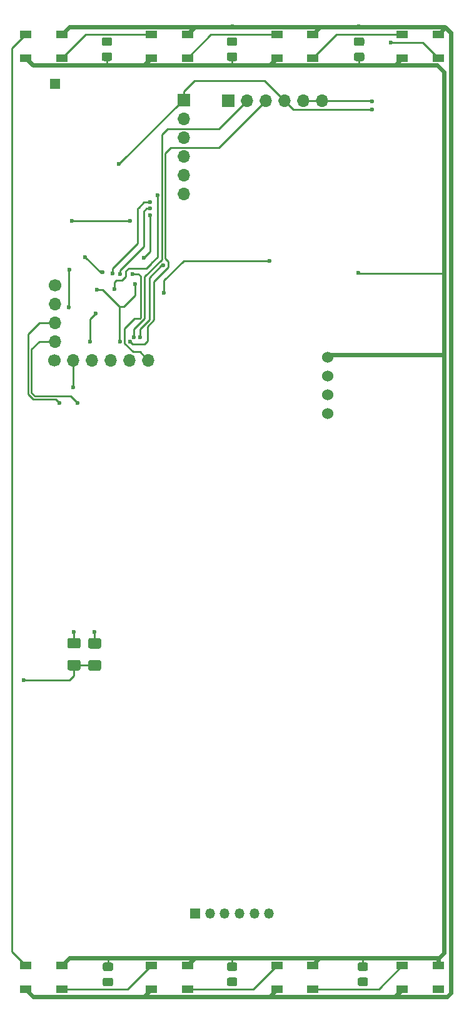
<source format=gbr>
G04 #@! TF.GenerationSoftware,KiCad,Pcbnew,(5.1.7)-1*
G04 #@! TF.CreationDate,2020-10-19T19:05:30+02:00*
G04 #@! TF.ProjectId,Touch-Steuerung,546f7563-682d-4537-9465-756572756e67,1.0*
G04 #@! TF.SameCoordinates,Original*
G04 #@! TF.FileFunction,Copper,L4,Bot*
G04 #@! TF.FilePolarity,Positive*
%FSLAX46Y46*%
G04 Gerber Fmt 4.6, Leading zero omitted, Abs format (unit mm)*
G04 Created by KiCad (PCBNEW (5.1.7)-1) date 2020-10-19 19:05:30*
%MOMM*%
%LPD*%
G01*
G04 APERTURE LIST*
G04 #@! TA.AperFunction,ComponentPad*
%ADD10C,1.700000*%
G04 #@! TD*
G04 #@! TA.AperFunction,ComponentPad*
%ADD11O,1.700000X1.700000*%
G04 #@! TD*
G04 #@! TA.AperFunction,ComponentPad*
%ADD12R,1.350000X1.350000*%
G04 #@! TD*
G04 #@! TA.AperFunction,SMDPad,CuDef*
%ADD13R,1.500000X1.000000*%
G04 #@! TD*
G04 #@! TA.AperFunction,ComponentPad*
%ADD14O,1.350000X1.350000*%
G04 #@! TD*
G04 #@! TA.AperFunction,ComponentPad*
%ADD15R,1.700000X1.700000*%
G04 #@! TD*
G04 #@! TA.AperFunction,ComponentPad*
%ADD16C,1.524000*%
G04 #@! TD*
G04 #@! TA.AperFunction,ViaPad*
%ADD17C,0.600000*%
G04 #@! TD*
G04 #@! TA.AperFunction,Conductor*
%ADD18C,0.250000*%
G04 #@! TD*
G04 #@! TA.AperFunction,Conductor*
%ADD19C,0.600000*%
G04 #@! TD*
G04 APERTURE END LIST*
D10*
X77341500Y-75601500D03*
D11*
X77341500Y-78141500D03*
X77341500Y-80681500D03*
X77341500Y-83221500D03*
D10*
X77278000Y-85761500D03*
D11*
X79818000Y-85761500D03*
X82358000Y-85761500D03*
X84898000Y-85761500D03*
X87438000Y-85761500D03*
X89978000Y-85761500D03*
D12*
X77300000Y-48300000D03*
G04 #@! TA.AperFunction,SMDPad,CuDef*
G36*
G01*
X80525000Y-124712500D02*
X79275000Y-124712500D01*
G75*
G02*
X79025000Y-124462500I0J250000D01*
G01*
X79025000Y-123537500D01*
G75*
G02*
X79275000Y-123287500I250000J0D01*
G01*
X80525000Y-123287500D01*
G75*
G02*
X80775000Y-123537500I0J-250000D01*
G01*
X80775000Y-124462500D01*
G75*
G02*
X80525000Y-124712500I-250000J0D01*
G01*
G37*
G04 #@! TD.AperFunction*
G04 #@! TA.AperFunction,SMDPad,CuDef*
G36*
G01*
X80525000Y-127687500D02*
X79275000Y-127687500D01*
G75*
G02*
X79025000Y-127437500I0J250000D01*
G01*
X79025000Y-126512500D01*
G75*
G02*
X79275000Y-126262500I250000J0D01*
G01*
X80525000Y-126262500D01*
G75*
G02*
X80775000Y-126512500I0J-250000D01*
G01*
X80775000Y-127437500D01*
G75*
G02*
X80525000Y-127687500I-250000J0D01*
G01*
G37*
G04 #@! TD.AperFunction*
G04 #@! TA.AperFunction,SMDPad,CuDef*
G36*
G01*
X83325000Y-127712500D02*
X82075000Y-127712500D01*
G75*
G02*
X81825000Y-127462500I0J250000D01*
G01*
X81825000Y-126537500D01*
G75*
G02*
X82075000Y-126287500I250000J0D01*
G01*
X83325000Y-126287500D01*
G75*
G02*
X83575000Y-126537500I0J-250000D01*
G01*
X83575000Y-127462500D01*
G75*
G02*
X83325000Y-127712500I-250000J0D01*
G01*
G37*
G04 #@! TD.AperFunction*
G04 #@! TA.AperFunction,SMDPad,CuDef*
G36*
G01*
X83325000Y-124737500D02*
X82075000Y-124737500D01*
G75*
G02*
X81825000Y-124487500I0J250000D01*
G01*
X81825000Y-123562500D01*
G75*
G02*
X82075000Y-123312500I250000J0D01*
G01*
X83325000Y-123312500D01*
G75*
G02*
X83575000Y-123562500I0J-250000D01*
G01*
X83575000Y-124487500D01*
G75*
G02*
X83325000Y-124737500I-250000J0D01*
G01*
G37*
G04 #@! TD.AperFunction*
D13*
X124350000Y-44800000D03*
X124350000Y-41600000D03*
X129250000Y-44800000D03*
X129250000Y-41600000D03*
X112250000Y-41600000D03*
X112250000Y-44800000D03*
X107350000Y-41600000D03*
X107350000Y-44800000D03*
X95250000Y-41600000D03*
X95250000Y-44800000D03*
X90350000Y-41600000D03*
X90350000Y-44800000D03*
X73350000Y-44800000D03*
X73350000Y-41600000D03*
X78250000Y-44800000D03*
X78250000Y-41600000D03*
X73350000Y-170800000D03*
X73350000Y-167600000D03*
X78250000Y-170800000D03*
X78250000Y-167600000D03*
X95250000Y-167600000D03*
X95250000Y-170800000D03*
X90350000Y-167600000D03*
X90350000Y-170800000D03*
X107350000Y-170800000D03*
X107350000Y-167600000D03*
X112250000Y-170800000D03*
X112250000Y-167600000D03*
X129250000Y-167600000D03*
X129250000Y-170800000D03*
X124350000Y-167600000D03*
X124350000Y-170800000D03*
D12*
X96300000Y-160600000D03*
D14*
X98300000Y-160600000D03*
X100300000Y-160600000D03*
X102300000Y-160600000D03*
X104300000Y-160600000D03*
X106300000Y-160600000D03*
D15*
X100800000Y-50600000D03*
D11*
X103340000Y-50600000D03*
X105880000Y-50600000D03*
X108420000Y-50600000D03*
X110960000Y-50600000D03*
X113500000Y-50600000D03*
X94800000Y-63200000D03*
X94800000Y-60660000D03*
X94800000Y-58120000D03*
X94800000Y-55580000D03*
X94800000Y-53040000D03*
D15*
X94800000Y-50500000D03*
G04 #@! TA.AperFunction,SMDPad,CuDef*
G36*
G01*
X118950001Y-45225000D02*
X118049999Y-45225000D01*
G75*
G02*
X117800000Y-44975001I0J249999D01*
G01*
X117800000Y-44324999D01*
G75*
G02*
X118049999Y-44075000I249999J0D01*
G01*
X118950001Y-44075000D01*
G75*
G02*
X119200000Y-44324999I0J-249999D01*
G01*
X119200000Y-44975001D01*
G75*
G02*
X118950001Y-45225000I-249999J0D01*
G01*
G37*
G04 #@! TD.AperFunction*
G04 #@! TA.AperFunction,SMDPad,CuDef*
G36*
G01*
X118950001Y-43175000D02*
X118049999Y-43175000D01*
G75*
G02*
X117800000Y-42925001I0J249999D01*
G01*
X117800000Y-42274999D01*
G75*
G02*
X118049999Y-42025000I249999J0D01*
G01*
X118950001Y-42025000D01*
G75*
G02*
X119200000Y-42274999I0J-249999D01*
G01*
X119200000Y-42925001D01*
G75*
G02*
X118950001Y-43175000I-249999J0D01*
G01*
G37*
G04 #@! TD.AperFunction*
G04 #@! TA.AperFunction,SMDPad,CuDef*
G36*
G01*
X101750001Y-43175000D02*
X100849999Y-43175000D01*
G75*
G02*
X100600000Y-42925001I0J249999D01*
G01*
X100600000Y-42274999D01*
G75*
G02*
X100849999Y-42025000I249999J0D01*
G01*
X101750001Y-42025000D01*
G75*
G02*
X102000000Y-42274999I0J-249999D01*
G01*
X102000000Y-42925001D01*
G75*
G02*
X101750001Y-43175000I-249999J0D01*
G01*
G37*
G04 #@! TD.AperFunction*
G04 #@! TA.AperFunction,SMDPad,CuDef*
G36*
G01*
X101750001Y-45225000D02*
X100849999Y-45225000D01*
G75*
G02*
X100600000Y-44975001I0J249999D01*
G01*
X100600000Y-44324999D01*
G75*
G02*
X100849999Y-44075000I249999J0D01*
G01*
X101750001Y-44075000D01*
G75*
G02*
X102000000Y-44324999I0J-249999D01*
G01*
X102000000Y-44975001D01*
G75*
G02*
X101750001Y-45225000I-249999J0D01*
G01*
G37*
G04 #@! TD.AperFunction*
G04 #@! TA.AperFunction,SMDPad,CuDef*
G36*
G01*
X84800001Y-45225000D02*
X83899999Y-45225000D01*
G75*
G02*
X83650000Y-44975001I0J249999D01*
G01*
X83650000Y-44324999D01*
G75*
G02*
X83899999Y-44075000I249999J0D01*
G01*
X84800001Y-44075000D01*
G75*
G02*
X85050000Y-44324999I0J-249999D01*
G01*
X85050000Y-44975001D01*
G75*
G02*
X84800001Y-45225000I-249999J0D01*
G01*
G37*
G04 #@! TD.AperFunction*
G04 #@! TA.AperFunction,SMDPad,CuDef*
G36*
G01*
X84800001Y-43175000D02*
X83899999Y-43175000D01*
G75*
G02*
X83650000Y-42925001I0J249999D01*
G01*
X83650000Y-42274999D01*
G75*
G02*
X83899999Y-42025000I249999J0D01*
G01*
X84800001Y-42025000D01*
G75*
G02*
X85050000Y-42274999I0J-249999D01*
G01*
X85050000Y-42925001D01*
G75*
G02*
X84800001Y-43175000I-249999J0D01*
G01*
G37*
G04 #@! TD.AperFunction*
G04 #@! TA.AperFunction,SMDPad,CuDef*
G36*
G01*
X84049999Y-167225000D02*
X84950001Y-167225000D01*
G75*
G02*
X85200000Y-167474999I0J-249999D01*
G01*
X85200000Y-168125001D01*
G75*
G02*
X84950001Y-168375000I-249999J0D01*
G01*
X84049999Y-168375000D01*
G75*
G02*
X83800000Y-168125001I0J249999D01*
G01*
X83800000Y-167474999D01*
G75*
G02*
X84049999Y-167225000I249999J0D01*
G01*
G37*
G04 #@! TD.AperFunction*
G04 #@! TA.AperFunction,SMDPad,CuDef*
G36*
G01*
X84049999Y-169275000D02*
X84950001Y-169275000D01*
G75*
G02*
X85200000Y-169524999I0J-249999D01*
G01*
X85200000Y-170175001D01*
G75*
G02*
X84950001Y-170425000I-249999J0D01*
G01*
X84049999Y-170425000D01*
G75*
G02*
X83800000Y-170175001I0J249999D01*
G01*
X83800000Y-169524999D01*
G75*
G02*
X84049999Y-169275000I249999J0D01*
G01*
G37*
G04 #@! TD.AperFunction*
G04 #@! TA.AperFunction,SMDPad,CuDef*
G36*
G01*
X100849999Y-167200000D02*
X101750001Y-167200000D01*
G75*
G02*
X102000000Y-167449999I0J-249999D01*
G01*
X102000000Y-168100001D01*
G75*
G02*
X101750001Y-168350000I-249999J0D01*
G01*
X100849999Y-168350000D01*
G75*
G02*
X100600000Y-168100001I0J249999D01*
G01*
X100600000Y-167449999D01*
G75*
G02*
X100849999Y-167200000I249999J0D01*
G01*
G37*
G04 #@! TD.AperFunction*
G04 #@! TA.AperFunction,SMDPad,CuDef*
G36*
G01*
X100849999Y-169250000D02*
X101750001Y-169250000D01*
G75*
G02*
X102000000Y-169499999I0J-249999D01*
G01*
X102000000Y-170150001D01*
G75*
G02*
X101750001Y-170400000I-249999J0D01*
G01*
X100849999Y-170400000D01*
G75*
G02*
X100600000Y-170150001I0J249999D01*
G01*
X100600000Y-169499999D01*
G75*
G02*
X100849999Y-169250000I249999J0D01*
G01*
G37*
G04 #@! TD.AperFunction*
G04 #@! TA.AperFunction,SMDPad,CuDef*
G36*
G01*
X118549999Y-169250000D02*
X119450001Y-169250000D01*
G75*
G02*
X119700000Y-169499999I0J-249999D01*
G01*
X119700000Y-170150001D01*
G75*
G02*
X119450001Y-170400000I-249999J0D01*
G01*
X118549999Y-170400000D01*
G75*
G02*
X118300000Y-170150001I0J249999D01*
G01*
X118300000Y-169499999D01*
G75*
G02*
X118549999Y-169250000I249999J0D01*
G01*
G37*
G04 #@! TD.AperFunction*
G04 #@! TA.AperFunction,SMDPad,CuDef*
G36*
G01*
X118549999Y-167200000D02*
X119450001Y-167200000D01*
G75*
G02*
X119700000Y-167449999I0J-249999D01*
G01*
X119700000Y-168100001D01*
G75*
G02*
X119450001Y-168350000I-249999J0D01*
G01*
X118549999Y-168350000D01*
G75*
G02*
X118300000Y-168100001I0J249999D01*
G01*
X118300000Y-167449999D01*
G75*
G02*
X118549999Y-167200000I249999J0D01*
G01*
G37*
G04 #@! TD.AperFunction*
D16*
X114220000Y-85290000D03*
X114220000Y-87830000D03*
X114220000Y-90370000D03*
X114220000Y-92910000D03*
D17*
X88200000Y-75411000D03*
X86121000Y-83158000D03*
X82993000Y-76173000D03*
X85980000Y-59180000D03*
X120224999Y-51775001D03*
X106350000Y-72250000D03*
X92100000Y-76600000D03*
X84350000Y-42600000D03*
X73100000Y-129000000D03*
X79246500Y-73442500D03*
X79158500Y-78541500D03*
X87530000Y-66870000D03*
X79600000Y-66820000D03*
X120250000Y-50650000D03*
X125900000Y-40600000D03*
X118500000Y-40549999D03*
X101350001Y-40549999D03*
X84350001Y-40599999D03*
X118949999Y-171800001D03*
X101299999Y-171800001D03*
X84550000Y-171800000D03*
X101350001Y-42549999D03*
X118500000Y-42600000D03*
X118950000Y-169850000D03*
X101300000Y-169800000D03*
X84550000Y-169850000D03*
X92010000Y-72871000D03*
X88835000Y-82586500D03*
X79900000Y-122500000D03*
X82700000Y-122500000D03*
X83755000Y-73823500D03*
X81405500Y-71728000D03*
X85406000Y-76046000D03*
X82040500Y-83158000D03*
X82866000Y-79348000D03*
X91188969Y-63411031D03*
X87501500Y-83221500D03*
X88035776Y-82621992D03*
X77900000Y-91500000D03*
X80400000Y-91500000D03*
X79800000Y-89400000D03*
X87819000Y-74014000D03*
X126500000Y-45800000D03*
X118400000Y-73900000D03*
X86168000Y-74014000D03*
X90200000Y-65200000D03*
X90200000Y-66100000D03*
X89343000Y-71855000D03*
X122800000Y-42700000D03*
X85100000Y-74000000D03*
X90200000Y-64300000D03*
D18*
X88200000Y-75411000D02*
X88200000Y-76935000D01*
X88200000Y-76935000D02*
X86676000Y-78459000D01*
X86676000Y-78459000D02*
X86041000Y-78459000D01*
X86041000Y-83078000D02*
X86121000Y-83158000D01*
X86041000Y-78459000D02*
X86041000Y-83078000D01*
X86295000Y-78459000D02*
X86041000Y-78459000D01*
X94660000Y-50500000D02*
X94800000Y-50500000D01*
X85980000Y-59180000D02*
X94660000Y-50500000D01*
X94800000Y-50500000D02*
X94800000Y-49300000D01*
X94800000Y-49300000D02*
X96200000Y-47900000D01*
X105720000Y-47900000D02*
X108420000Y-50600000D01*
X96200000Y-47900000D02*
X105720000Y-47900000D01*
X83755000Y-76173000D02*
X86041000Y-78459000D01*
X82993000Y-76173000D02*
X83755000Y-76173000D01*
X109595001Y-51775001D02*
X120224999Y-51775001D01*
X108420000Y-50600000D02*
X109595001Y-51775001D01*
X120224999Y-51775001D02*
X120224999Y-51775001D01*
X106350000Y-72250000D02*
X94750000Y-72250000D01*
X92100000Y-74900000D02*
X94750000Y-72250000D01*
X92100000Y-76600000D02*
X92100000Y-74900000D01*
X79183000Y-73506000D02*
X79183000Y-78713000D01*
X79246500Y-73442500D02*
X79183000Y-73506000D01*
X110960000Y-50600000D02*
X113500000Y-50600000D01*
X79875000Y-127000000D02*
X79900000Y-126975000D01*
X82675000Y-126975000D02*
X82700000Y-127000000D01*
X79900000Y-126975000D02*
X82675000Y-126975000D01*
X79650000Y-66870000D02*
X79600000Y-66820000D01*
X87530000Y-66870000D02*
X79650000Y-66870000D01*
X120200000Y-50600000D02*
X120250000Y-50650000D01*
X113500000Y-50600000D02*
X120200000Y-50600000D01*
D19*
X113250001Y-40599999D02*
X112250000Y-41600000D01*
X96250001Y-40599999D02*
X104700001Y-40599999D01*
X95250000Y-41600000D02*
X96250001Y-40599999D01*
X79250001Y-40599999D02*
X78250000Y-41600000D01*
X96250001Y-40599999D02*
X87700001Y-40599999D01*
X89349999Y-171800001D02*
X90350000Y-170800000D01*
X74350001Y-171800001D02*
X84599999Y-171800001D01*
X73350000Y-170800000D02*
X74350001Y-171800001D01*
X106349999Y-171800001D02*
X107350000Y-170800000D01*
X89349999Y-171800001D02*
X101299999Y-171800001D01*
X123349999Y-171800001D02*
X124350000Y-170800000D01*
X106349999Y-171800001D02*
X118949999Y-171800001D01*
X130000001Y-40849999D02*
X129250000Y-41600000D01*
X130000001Y-40599999D02*
X130000001Y-40849999D01*
X130000001Y-40599999D02*
X125700001Y-40599999D01*
X125700001Y-40599999D02*
X120900001Y-40599999D01*
D18*
X79900000Y-126975000D02*
X79900000Y-128400000D01*
X79300000Y-129000000D02*
X73100000Y-129000000D01*
X79900000Y-128400000D02*
X79300000Y-129000000D01*
D19*
X130400001Y-171800001D02*
X123349999Y-171800001D01*
X130900000Y-171300002D02*
X130400001Y-171800001D01*
X130900000Y-41400000D02*
X130900000Y-171300002D01*
X130099999Y-40599999D02*
X130900000Y-41400000D01*
X130000001Y-40599999D02*
X130099999Y-40599999D01*
X120900001Y-40599999D02*
X113250001Y-40599999D01*
X104700001Y-40599999D02*
X113250001Y-40599999D01*
X87700001Y-40599999D02*
X81000001Y-40599999D01*
X81000001Y-40599999D02*
X79250001Y-40599999D01*
X118949999Y-171800001D02*
X123349999Y-171800001D01*
X101299999Y-171800001D02*
X106349999Y-171800001D01*
X84599999Y-171800001D02*
X89349999Y-171800001D01*
D18*
X92010000Y-72871000D02*
X91756000Y-72871000D01*
X90105000Y-74522000D02*
X90105000Y-80237000D01*
X91756000Y-72871000D02*
X90105000Y-74522000D01*
X90105000Y-80237000D02*
X88835000Y-81507000D01*
X88835000Y-81507000D02*
X88835000Y-82586500D01*
X79900000Y-124000000D02*
X79900000Y-122500000D01*
X82700000Y-124025000D02*
X82700000Y-122500000D01*
X81405500Y-71728000D02*
X83501000Y-73823500D01*
X83501000Y-73823500D02*
X83755000Y-73823500D01*
X90403800Y-72534800D02*
X90403800Y-72572200D01*
X85406000Y-75157000D02*
X85406000Y-76046000D01*
X85660000Y-74903000D02*
X85406000Y-75157000D01*
X86422000Y-74903000D02*
X85660000Y-74903000D01*
X86930000Y-74395000D02*
X86422000Y-74903000D01*
X86930000Y-73633000D02*
X86930000Y-74395000D01*
X87311000Y-73252000D02*
X86930000Y-73633000D01*
X89724000Y-73252000D02*
X87311000Y-73252000D01*
X90403800Y-72572200D02*
X89724000Y-73252000D01*
X91188975Y-71749625D02*
X91188975Y-71749612D01*
X90403800Y-72534800D02*
X91188975Y-71749625D01*
X91188975Y-71749612D02*
X91188969Y-71749618D01*
X91188969Y-71749618D02*
X91188969Y-63411031D01*
X82040500Y-80173500D02*
X82866000Y-79348000D01*
X82040500Y-83158000D02*
X82040500Y-80173500D01*
X92635002Y-72317000D02*
X92264000Y-71945998D01*
X92635002Y-73134998D02*
X92635002Y-72317000D01*
X89821499Y-81156911D02*
X90740000Y-80238410D01*
X92264000Y-71945998D02*
X92264000Y-57686500D01*
X89821499Y-83121499D02*
X89821499Y-81156911D01*
X89421499Y-83521499D02*
X89821499Y-83121499D01*
X87801499Y-83521499D02*
X89421499Y-83521499D01*
X90740000Y-75030000D02*
X92635002Y-73134998D01*
X90740000Y-80238410D02*
X90740000Y-75030000D01*
X87501500Y-83221500D02*
X87801499Y-83521499D01*
X99535001Y-56944999D02*
X105880000Y-50600000D01*
X93005501Y-56944999D02*
X99535001Y-56944999D01*
X92264000Y-57686500D02*
X93005501Y-56944999D01*
X99535001Y-54404999D02*
X103340000Y-50600000D01*
X92569001Y-54404999D02*
X99535001Y-54404999D01*
X91813989Y-55160011D02*
X92569001Y-54404999D01*
X91813989Y-71761009D02*
X91813989Y-55160011D01*
X91801499Y-71773499D02*
X91813989Y-71761009D01*
X91801499Y-72063501D02*
X91801499Y-71773499D01*
X89470000Y-80061413D02*
X89470000Y-74395000D01*
X89470000Y-74395000D02*
X91801499Y-72063501D01*
X88035776Y-81495637D02*
X89470000Y-80061413D01*
X88035776Y-82621992D02*
X88035776Y-81495637D01*
X77341500Y-80681500D02*
X75218500Y-80681500D01*
X75218500Y-80681500D02*
X73700000Y-82200000D01*
X76600000Y-91000000D02*
X74400000Y-91000000D01*
X74400000Y-91000000D02*
X73700000Y-90300000D01*
X73700000Y-82200000D02*
X73700000Y-90300000D01*
X77400000Y-91000000D02*
X77900000Y-91500000D01*
X76600000Y-91000000D02*
X77400000Y-91000000D01*
X78649990Y-90549990D02*
X74586400Y-90549990D01*
X74586400Y-90549990D02*
X74150010Y-90113600D01*
X74150010Y-90113600D02*
X74150010Y-84249990D01*
X75178500Y-83221500D02*
X77341500Y-83221500D01*
X74150010Y-84249990D02*
X75178500Y-83221500D01*
X79449990Y-90549990D02*
X80400000Y-91500000D01*
X78649990Y-90549990D02*
X79449990Y-90549990D01*
X79800000Y-85779500D02*
X79818000Y-85761500D01*
X79800000Y-89400000D02*
X79800000Y-85779500D01*
X88898500Y-75157000D02*
X88898500Y-74331500D01*
X88581000Y-74014000D02*
X87819000Y-74014000D01*
X88898500Y-74331500D02*
X88581000Y-74014000D01*
X88898500Y-75792000D02*
X88898500Y-75157000D01*
X88898500Y-76236500D02*
X88898500Y-75792000D01*
X86746002Y-81399583D02*
X88091584Y-80054001D01*
X88091584Y-80054001D02*
X88841001Y-80054001D01*
X88841001Y-80054001D02*
X88906001Y-79989001D01*
X86746002Y-83418502D02*
X86746002Y-81399583D01*
X88906001Y-76244001D02*
X88898500Y-76236500D01*
X88802999Y-84586499D02*
X87913999Y-84586499D01*
X88906001Y-79989001D02*
X88906001Y-76244001D01*
X89978000Y-85761500D02*
X88802999Y-84586499D01*
X87913999Y-84586499D02*
X86746002Y-83418502D01*
X115450000Y-41600000D02*
X112250000Y-44800000D01*
X124350000Y-41600000D02*
X115450000Y-41600000D01*
D19*
X124350000Y-44800000D02*
X124300000Y-44800000D01*
X74350001Y-45800001D02*
X80899999Y-45800001D01*
X89349999Y-45800001D02*
X90350000Y-44800000D01*
X73350000Y-44800000D02*
X74350001Y-45800001D01*
X106349999Y-45800001D02*
X107350000Y-44800000D01*
X123349999Y-45800001D02*
X124350000Y-44800000D01*
X129100001Y-45800001D02*
X127399999Y-45800001D01*
X112250000Y-167500000D02*
X113150001Y-166599999D01*
X129250000Y-167600000D02*
X129250000Y-167450000D01*
X96250001Y-166599999D02*
X101350001Y-166599999D01*
X95250000Y-167600000D02*
X96250001Y-166599999D01*
X79250001Y-166599999D02*
X84550001Y-166599999D01*
X78250000Y-167600000D02*
X79250001Y-166599999D01*
X126599999Y-45800001D02*
X123349999Y-45800001D01*
X127399999Y-45800001D02*
X126599999Y-45800001D01*
D18*
X118499990Y-73999990D02*
X118400000Y-73900000D01*
X130000000Y-73999990D02*
X118499990Y-73999990D01*
D19*
X130000000Y-165899998D02*
X129299999Y-166599999D01*
X129250000Y-167600000D02*
X129250000Y-167349998D01*
X128500001Y-166599999D02*
X129299999Y-166599999D01*
X113150001Y-166599999D02*
X118950001Y-166599999D01*
X129250000Y-166649998D02*
X130000000Y-165899998D01*
X129250000Y-167600000D02*
X129250000Y-166649998D01*
X130000000Y-46700000D02*
X129100001Y-45800001D01*
X130000000Y-73999990D02*
X130000000Y-46700000D01*
X120999999Y-45800001D02*
X123349999Y-45800001D01*
X104699999Y-45800001D02*
X106349999Y-45800001D01*
X87699999Y-45800001D02*
X89349999Y-45800001D01*
X118950001Y-166599999D02*
X128500001Y-166599999D01*
X101350001Y-166599999D02*
X113150001Y-166599999D01*
X84550001Y-166599999D02*
X96250001Y-166599999D01*
D18*
X84350000Y-45750000D02*
X84299999Y-45800001D01*
X84350000Y-44650000D02*
X84350000Y-45750000D01*
D19*
X84299999Y-45800001D02*
X87699999Y-45800001D01*
X80899999Y-45800001D02*
X84299999Y-45800001D01*
D18*
X101300000Y-45675000D02*
X101174999Y-45800001D01*
X101300000Y-44650000D02*
X101300000Y-45675000D01*
D19*
X101174999Y-45800001D02*
X104699999Y-45800001D01*
X89349999Y-45800001D02*
X101174999Y-45800001D01*
D18*
X118500000Y-45600000D02*
X118299999Y-45800001D01*
X118500000Y-44650000D02*
X118500000Y-45600000D01*
D19*
X118299999Y-45800001D02*
X120999999Y-45800001D01*
X106349999Y-45800001D02*
X118299999Y-45800001D01*
D18*
X119000000Y-166649998D02*
X118950001Y-166599999D01*
X119000000Y-167775000D02*
X119000000Y-166649998D01*
X101300000Y-166650000D02*
X101350001Y-166599999D01*
X101300000Y-167775000D02*
X101300000Y-166650000D01*
X84500000Y-166650000D02*
X84550001Y-166599999D01*
X84500000Y-167800000D02*
X84500000Y-166650000D01*
D19*
X114510000Y-85000000D02*
X114220000Y-85290000D01*
X130000000Y-85000000D02*
X114510000Y-85000000D01*
X130000000Y-73999990D02*
X130000000Y-85000000D01*
X130000000Y-85000000D02*
X130000000Y-165899998D01*
D18*
X98450000Y-41600000D02*
X95250000Y-44800000D01*
X107350000Y-41600000D02*
X98450000Y-41600000D01*
X81450000Y-41600000D02*
X78250000Y-44800000D01*
X90350000Y-41600000D02*
X81450000Y-41600000D01*
X71500000Y-43450000D02*
X73350000Y-41600000D01*
X71500000Y-43600000D02*
X71500000Y-43450000D01*
X71500000Y-165750000D02*
X73350000Y-167600000D01*
X71500000Y-164600000D02*
X71500000Y-165750000D01*
X71500000Y-164600000D02*
X71500000Y-43600000D01*
X87150000Y-170800000D02*
X90350000Y-167600000D01*
X78250000Y-170800000D02*
X87150000Y-170800000D01*
X104150000Y-170800000D02*
X107350000Y-167600000D01*
X95250000Y-170800000D02*
X104150000Y-170800000D01*
X121150000Y-170800000D02*
X124350000Y-167600000D01*
X112250000Y-170800000D02*
X121150000Y-170800000D01*
X89350000Y-65550000D02*
X89700000Y-65200000D01*
X89700000Y-65200000D02*
X90200000Y-65200000D01*
X89350000Y-70350000D02*
X89350000Y-65550000D01*
X86168000Y-73532000D02*
X89350000Y-70350000D01*
X86168000Y-74014000D02*
X86168000Y-73532000D01*
X90200000Y-70998000D02*
X89343000Y-71855000D01*
X90200000Y-70998000D02*
X90200000Y-66100000D01*
X127650000Y-43200000D02*
X129250000Y-44800000D01*
X127149999Y-42699999D02*
X129250000Y-44800000D01*
X122799999Y-42699999D02*
X127149999Y-42699999D01*
X85100000Y-74000000D02*
X85100000Y-73300000D01*
X85100000Y-73300000D02*
X88500000Y-69900000D01*
X88500000Y-69900000D02*
X88500000Y-65900000D01*
X88500000Y-65900000D02*
X88500000Y-65174998D01*
X89274998Y-64400000D02*
X89274998Y-64400000D01*
X90200000Y-64300000D02*
X89374998Y-64300000D01*
X89374998Y-64300000D02*
X88637499Y-65037499D01*
X88637499Y-65037499D02*
X89274998Y-64400000D01*
X88500000Y-65174998D02*
X88637499Y-65037499D01*
M02*

</source>
